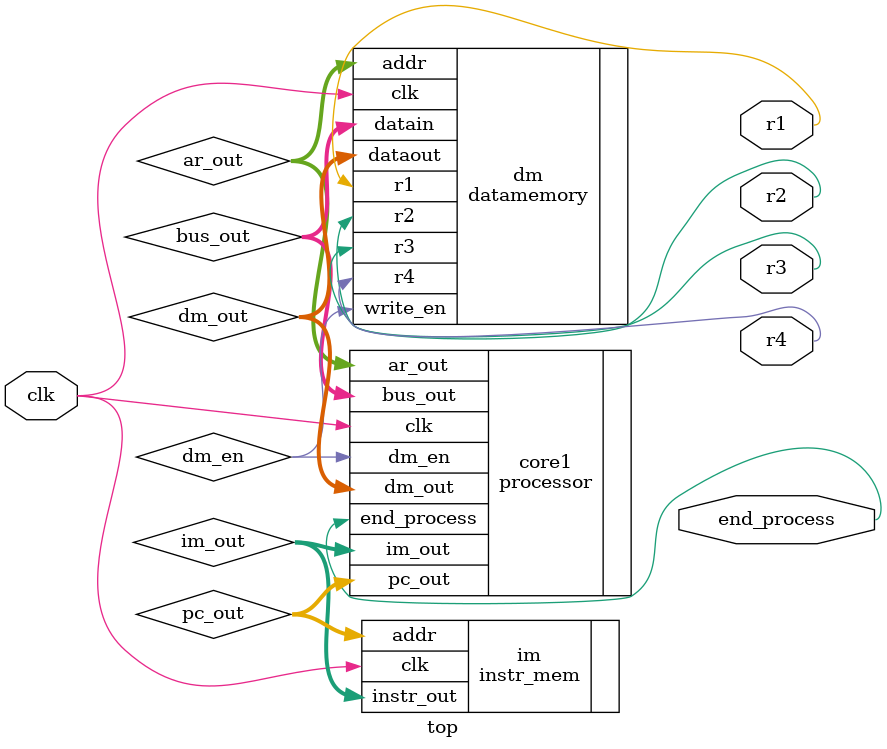
<source format=v>
module top
(
    input clk,
    output reg r1,
    output reg r2,
    output reg r3,
    output reg r4,
    output reg end_process
);
    reg signed  [11:0] dm_out;
    reg signed [16:0] im_out;

    reg [1:0] status;
    wire [11:0] pc_out;
    wire [11:0] ar_out;
    wire [16:0] bus_out;
    wire end_process;
    wire dm_en;

    processor core1 (
    .clk(clk),.dm_out(dm_out),.im_out(im_out),
    .dm_en(dm_en),.pc_out(pc_out),.ar_out(ar_out),.bus_out(bus_out),
    .end_process(end_process));

    datamemory #(.N(17)) dm
    (
	 .clk(clk),.write_en(dm_en),.addr(ar_out),.datain(bus_out),
    .dataout(dm_out),.r1(r1),.r2(r2),.r3(r3),.r4(r4));

    instr_mem #(.width_in(12),.width_out(17)) im
    (
        .clk(clk),.addr(pc_out),.instr_out(im_out)
    );


endmodule
</source>
